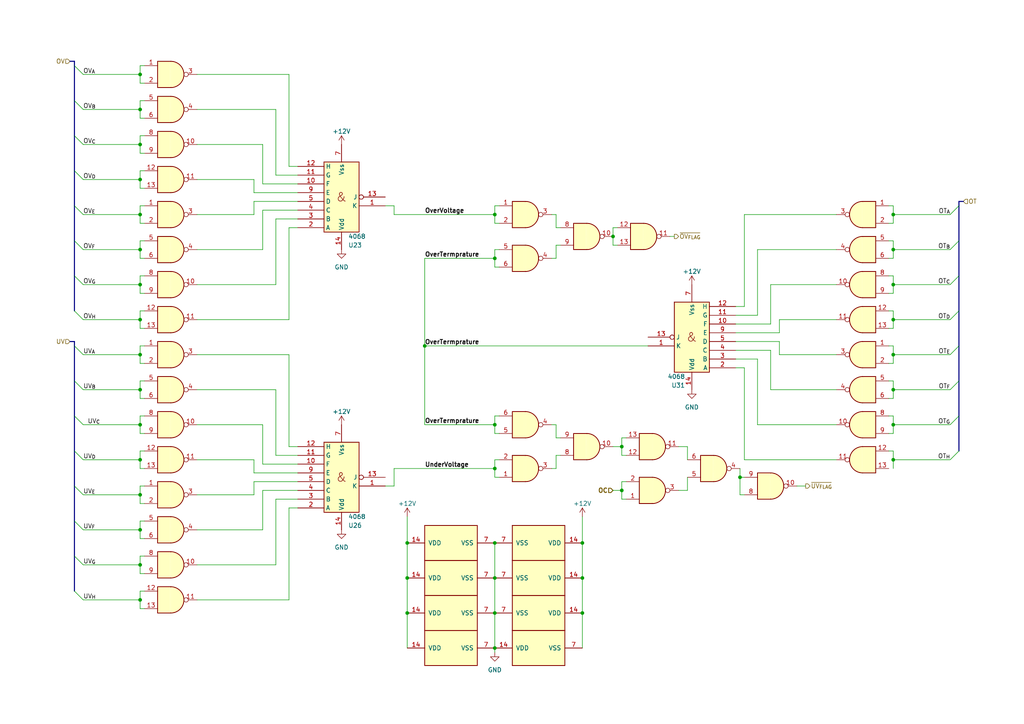
<source format=kicad_sch>
(kicad_sch (version 20230121) (generator eeschema)
  (paper "A4")
  (lib_symbols
    (symbol "4xxx:4011" (pin_names (offset 1.016))
      (property "Reference" "U" (at 0 1.27 0))
      (property "Value" "4011" (at 0 -1.27 0))
      (symbol "4011_1_1"
        (arc (start 0 -3.81) (mid 3.7934 0) (end 0 3.81) (stroke (width 0.254)) (fill (type background)))
        (polyline (pts (xy 0 3.81) (xy -3.81 3.81) (xy -3.81 -3.81) (xy 0 -3.81)) (stroke (width 0.254)) (fill (type background)))
        (pin input line (at -7.62 2.54 0) (length 3.81) (name "~") (number "1"))
        (pin input line (at -7.62 -2.54 0) (length 3.81) (name "~") (number "2"))
        (pin output inverted (at 7.62 0 180) (length 3.81) (name "~") (number "3"))
      )
      (symbol "4011_1_2"
        (arc (start -3.81 -3.81) (mid -2.589 0) (end -3.81 3.81) (stroke (width 0.254)))
        (arc (start -0.6096 -3.81) (mid 2.1842 -2.5851) (end 3.81 0) (stroke (width 0.254)) (fill (type background)))
        (polyline (pts (xy -3.81 -3.81) (xy -0.635 -3.81)) (stroke (width 0.254)) (fill (type background)))
        (polyline (pts (xy -3.81 3.81) (xy -0.635 3.81)) (stroke (width 0.254)) (fill (type background)))
        (polyline (pts (xy -0.635 3.81) (xy -3.81 3.81) (xy -3.81 3.81) (xy -3.556 3.4036) (xy -3.0226 2.2606) (xy -2.6924 1.0414) (xy -2.6162 -0.254) (xy -2.7686 -1.4986) (xy -3.175 -2.7178) (xy -3.81 -3.81) (xy -3.81 -3.81) (xy -0.635 -3.81)) (stroke (width -25.4)) (fill (type background)))
        (arc (start 3.81 0) (mid 2.1915 2.5936) (end -0.6096 3.81) (stroke (width 0.254)) (fill (type background)))
        (pin input inverted (at -7.62 2.54 0) (length 4.318) (name "~") (number "1"))
        (pin input inverted (at -7.62 -2.54 0) (length 4.318) (name "~") (number "2"))
        (pin output line (at 7.62 0 180) (length 3.81) (name "~") (number "3"))
      )
      (symbol "4011_2_1"
        (arc (start 0 -3.81) (mid 3.7934 0) (end 0 3.81) (stroke (width 0.254)) (fill (type background)))
        (polyline (pts (xy 0 3.81) (xy -3.81 3.81) (xy -3.81 -3.81) (xy 0 -3.81)) (stroke (width 0.254)) (fill (type background)))
        (pin output inverted (at 7.62 0 180) (length 3.81) (name "~") (number "4"))
        (pin input line (at -7.62 2.54 0) (length 3.81) (name "~") (number "5"))
        (pin input line (at -7.62 -2.54 0) (length 3.81) (name "~") (number "6"))
      )
      (symbol "4011_2_2"
        (arc (start -3.81 -3.81) (mid -2.589 0) (end -3.81 3.81) (stroke (width 0.254)))
        (arc (start -0.6096 -3.81) (mid 2.1842 -2.5851) (end 3.81 0) (stroke (width 0.254)) (fill (type background)))
        (polyline (pts (xy -3.81 -3.81) (xy -0.635 -3.81)) (stroke (width 0.254)) (fill (type background)))
        (polyline (pts (xy -3.81 3.81) (xy -0.635 3.81)) (stroke (width 0.254)) (fill (type background)))
        (polyline (pts (xy -0.635 3.81) (xy -3.81 3.81) (xy -3.81 3.81) (xy -3.556 3.4036) (xy -3.0226 2.2606) (xy -2.6924 1.0414) (xy -2.6162 -0.254) (xy -2.7686 -1.4986) (xy -3.175 -2.7178) (xy -3.81 -3.81) (xy -3.81 -3.81) (xy -0.635 -3.81)) (stroke (width -25.4)) (fill (type background)))
        (arc (start 3.81 0) (mid 2.1915 2.5936) (end -0.6096 3.81) (stroke (width 0.254)) (fill (type background)))
        (pin output line (at 7.62 0 180) (length 3.81) (name "~") (number "4"))
        (pin input inverted (at -7.62 2.54 0) (length 4.318) (name "~") (number "5"))
        (pin input inverted (at -7.62 -2.54 0) (length 4.318) (name "~") (number "6"))
      )
      (symbol "4011_3_1"
        (arc (start 0 -3.81) (mid 3.7934 0) (end 0 3.81) (stroke (width 0.254)) (fill (type background)))
        (polyline (pts (xy 0 3.81) (xy -3.81 3.81) (xy -3.81 -3.81) (xy 0 -3.81)) (stroke (width 0.254)) (fill (type background)))
        (pin output inverted (at 7.62 0 180) (length 3.81) (name "~") (number "10"))
        (pin input line (at -7.62 2.54 0) (length 3.81) (name "~") (number "8"))
        (pin input line (at -7.62 -2.54 0) (length 3.81) (name "~") (number "9"))
      )
      (symbol "4011_3_2"
        (arc (start -3.81 -3.81) (mid -2.589 0) (end -3.81 3.81) (stroke (width 0.254)))
        (arc (start -0.6096 -3.81) (mid 2.1842 -2.5851) (end 3.81 0) (stroke (width 0.254)) (fill (type background)))
        (polyline (pts (xy -3.81 -3.81) (xy -0.635 -3.81)) (stroke (width 0.254)) (fill (type background)))
        (polyline (pts (xy -3.81 3.81) (xy -0.635 3.81)) (stroke (width 0.254)) (fill (type background)))
        (polyline (pts (xy -0.635 3.81) (xy -3.81 3.81) (xy -3.81 3.81) (xy -3.556 3.4036) (xy -3.0226 2.2606) (xy -2.6924 1.0414) (xy -2.6162 -0.254) (xy -2.7686 -1.4986) (xy -3.175 -2.7178) (xy -3.81 -3.81) (xy -3.81 -3.81) (xy -0.635 -3.81)) (stroke (width -25.4)) (fill (type background)))
        (arc (start 3.81 0) (mid 2.1915 2.5936) (end -0.6096 3.81) (stroke (width 0.254)) (fill (type background)))
        (pin output line (at 7.62 0 180) (length 3.81) (name "~") (number "10"))
        (pin input inverted (at -7.62 2.54 0) (length 4.318) (name "~") (number "8"))
        (pin input inverted (at -7.62 -2.54 0) (length 4.318) (name "~") (number "9"))
      )
      (symbol "4011_4_1"
        (arc (start 0 -3.81) (mid 3.7934 0) (end 0 3.81) (stroke (width 0.254)) (fill (type background)))
        (polyline (pts (xy 0 3.81) (xy -3.81 3.81) (xy -3.81 -3.81) (xy 0 -3.81)) (stroke (width 0.254)) (fill (type background)))
        (pin output inverted (at 7.62 0 180) (length 3.81) (name "~") (number "11"))
        (pin input line (at -7.62 2.54 0) (length 3.81) (name "~") (number "12"))
        (pin input line (at -7.62 -2.54 0) (length 3.81) (name "~") (number "13"))
      )
      (symbol "4011_4_2"
        (arc (start -3.81 -3.81) (mid -2.589 0) (end -3.81 3.81) (stroke (width 0.254)))
        (arc (start -0.6096 -3.81) (mid 2.1842 -2.5851) (end 3.81 0) (stroke (width 0.254)) (fill (type background)))
        (polyline (pts (xy -3.81 -3.81) (xy -0.635 -3.81)) (stroke (width 0.254)) (fill (type background)))
        (polyline (pts (xy -3.81 3.81) (xy -0.635 3.81)) (stroke (width 0.254)) (fill (type background)))
        (polyline (pts (xy -0.635 3.81) (xy -3.81 3.81) (xy -3.81 3.81) (xy -3.556 3.4036) (xy -3.0226 2.2606) (xy -2.6924 1.0414) (xy -2.6162 -0.254) (xy -2.7686 -1.4986) (xy -3.175 -2.7178) (xy -3.81 -3.81) (xy -3.81 -3.81) (xy -0.635 -3.81)) (stroke (width -25.4)) (fill (type background)))
        (arc (start 3.81 0) (mid 2.1915 2.5936) (end -0.6096 3.81) (stroke (width 0.254)) (fill (type background)))
        (pin output line (at 7.62 0 180) (length 3.81) (name "~") (number "11"))
        (pin input inverted (at -7.62 2.54 0) (length 4.318) (name "~") (number "12"))
        (pin input inverted (at -7.62 -2.54 0) (length 4.318) (name "~") (number "13"))
      )
      (symbol "4011_5_0"
        (pin power_in line (at 0 12.7 270) (length 5.08) (name "VDD") (number "14"))
        (pin power_in line (at 0 -12.7 90) (length 5.08) (name "VSS") (number "7"))
      )
      (symbol "4011_5_1"
        (rectangle (start -5.08 7.62) (end 5.08 -7.62) (stroke (width 0.254)) (fill (type background)))
      )
    )
    (symbol "4xxx_IEEE:4068"
      (property "Reference" "U" (at -5.08 11.43 0))
      (property "Value" "4068" (at 3.81 11.43 0))
      (symbol "4068_0_0"
        (rectangle (start -5.08 10.16) (end 5.08 -10.16) (stroke (width 0.254)) (fill (type background)))
        (text "&" (at 0 0 0) (effects (font (size 2.54 2.54))))
      )
      (symbol "4068_0_1"
        (pin power_in line (at 0 15.24 270) (length 5.08) (name "Vdd") (number "14"))
        (pin power_in line (at 0 -15.24 90) (length 5.08) (name "Vss") (number "7"))
      )
      (symbol "4068_1_1"
        (pin output line (at 12.7 2.54 180) (length 7.62) (name "K") (number "1"))
        (pin input line (at -12.7 -3.81 0) (length 7.62) (name "F") (number "10"))
        (pin input line (at -12.7 -6.35 0) (length 7.62) (name "G") (number "11"))
        (pin input line (at -12.7 -8.89 0) (length 7.62) (name "H") (number "12"))
        (pin output inverted (at 12.7 0 180) (length 7.62) (name "J") (number "13"))
        (pin input line (at -12.7 8.89 0) (length 7.62) (name "A") (number "2"))
        (pin input line (at -12.7 6.35 0) (length 7.62) (name "B") (number "3"))
        (pin input line (at -12.7 3.81 0) (length 7.62) (name "C") (number "4"))
        (pin input line (at -12.7 1.27 0) (length 7.62) (name "D") (number "5"))
        (pin input line (at -12.7 -1.27 0) (length 7.62) (name "E") (number "9"))
      )
    )
    (symbol "power:+12V" (power) (pin_names (offset 0))
      (property "Value" "+12V" (at 0 3.556 0))
      (symbol "+12V_0_1"
        (polyline (pts (xy -0.762 1.27) (xy 0 2.54)))
        (polyline (pts (xy 0 0) (xy 0 2.54)))
        (polyline (pts (xy 0 2.54) (xy 0.762 1.27)))
      )
      (symbol "+12V_1_1"
        (pin power_in line (at 0 0 90) (length 0) hide (name "+12V") (number "1"))
      )
    )
    (symbol "power:GND" (power) (pin_names (offset 0))
      (property "Value" "GND" (at 0 -3.81 0))
      (symbol "GND_0_1"
        (polyline (pts (xy 0 0) (xy 0 -1.27) (xy 1.27 -1.27) (xy 0 -2.54) (xy -1.27 -1.27) (xy 0 -1.27)))
      )
      (symbol "GND_1_1"
        (pin power_in line (at 0 0 270) (length 0) hide (name "GND") (number "1"))
      )
    )
  )
  (junction (at 143.51 123.19))
  (junction (at 40.64 133.35))
  (junction (at 143.51 74.93))
  (junction (at 40.64 123.19))
  (junction (at 180.34 129.54))
  (junction (at 168.91 167.64))
  (junction (at 259.08 133.35))
  (junction (at 143.51 62.23))
  (junction (at 40.64 72.39))
  (junction (at 118.11 177.8))
  (junction (at 259.08 82.55))
  (junction (at 168.91 157.48))
  (junction (at 143.51 187.96))
  (junction (at 40.64 21.59))
  (junction (at 40.64 163.83))
  (junction (at 40.64 113.03))
  (junction (at 40.64 41.91))
  (junction (at 259.08 62.23))
  (junction (at 259.08 72.39))
  (junction (at 259.08 123.19))
  (junction (at 40.64 173.99))
  (junction (at 40.64 52.07))
  (junction (at 40.64 62.23))
  (junction (at 40.64 92.71))
  (junction (at 143.51 177.8))
  (junction (at 259.08 102.87))
  (junction (at 40.64 31.75))
  (junction (at 123.19 100.33))
  (junction (at 118.11 167.64))
  (junction (at 168.91 177.8))
  (junction (at 214.63 138.43))
  (junction (at 259.08 113.03))
  (junction (at 40.64 143.51))
  (junction (at 259.08 92.71))
  (junction (at 118.11 157.48))
  (junction (at 40.64 153.67))
  (junction (at 177.8 68.58))
  (junction (at 143.51 167.64))
  (junction (at 40.64 82.55))
  (junction (at 143.51 157.48))
  (junction (at 180.34 142.24))
  (junction (at 40.64 102.87))
  (junction (at 143.51 135.89))
  (bus_entry (at 21.59 151.13) (size 2.54 2.54))
  (bus_entry (at 21.59 171.45) (size 2.54 2.54))
  (bus_entry (at 21.59 59.69) (size 2.54 2.54))
  (bus_entry (at 278.13 110.49) (size -2.54 2.54))
  (bus_entry (at 21.59 69.85) (size 2.54 2.54))
  (bus_entry (at 21.59 19.05) (size 2.54 2.54))
  (bus_entry (at 21.59 110.49) (size 2.54 2.54))
  (bus_entry (at 278.13 100.33) (size -2.54 2.54))
  (bus_entry (at 21.59 29.21) (size 2.54 2.54))
  (bus_entry (at 21.59 100.33) (size 2.54 2.54))
  (bus_entry (at 21.59 90.17) (size 2.54 2.54))
  (bus_entry (at 278.13 59.69) (size -2.54 2.54))
  (bus_entry (at 278.13 69.85) (size -2.54 2.54))
  (bus_entry (at 21.59 161.29) (size 2.54 2.54))
  (bus_entry (at 278.13 120.65) (size -2.54 2.54))
  (bus_entry (at 278.13 130.81) (size -2.54 2.54))
  (bus_entry (at 21.59 49.53) (size 2.54 2.54))
  (bus_entry (at 278.13 80.01) (size -2.54 2.54))
  (bus_entry (at 21.59 120.65) (size 2.54 2.54))
  (bus_entry (at 21.59 39.37) (size 2.54 2.54))
  (bus_entry (at 21.59 140.97) (size 2.54 2.54))
  (bus_entry (at 21.59 80.01) (size 2.54 2.54))
  (bus_entry (at 278.13 90.17) (size -2.54 2.54))
  (bus_entry (at 21.59 130.81) (size 2.54 2.54))
  (wire (pts (xy 143.51 135.89) (xy 143.51 133.35)))
  (wire (pts (xy 40.64 176.53) (xy 40.64 173.99)))
  (wire (pts (xy 40.64 113.03) (xy 40.64 115.57)))
  (bus (pts (xy 21.59 130.81) (xy 21.59 120.65)))
  (wire (pts (xy 57.15 153.67) (xy 76.2 153.67)))
  (bus (pts (xy 21.59 59.69) (xy 21.59 69.85)))
  (bus (pts (xy 279.4 58.42) (xy 278.13 58.42)))
  (wire (pts (xy 40.64 95.25) (xy 41.91 95.25)))
  (wire (pts (xy 40.64 41.91) (xy 40.64 39.37)))
  (wire (pts (xy 223.52 113.03) (xy 223.52 101.6)))
  (wire (pts (xy 83.82 48.26) (xy 86.36 48.26)))
  (wire (pts (xy 143.51 72.39) (xy 143.51 74.93)))
  (wire (pts (xy 143.51 138.43) (xy 143.51 135.89)))
  (wire (pts (xy 259.08 133.35) (xy 259.08 130.81)))
  (wire (pts (xy 80.01 163.83) (xy 57.15 163.83)))
  (wire (pts (xy 168.91 157.48) (xy 168.91 167.64)))
  (wire (pts (xy 180.34 127) (xy 180.34 129.54)))
  (wire (pts (xy 259.08 102.87) (xy 259.08 105.41)))
  (wire (pts (xy 114.3 62.23) (xy 114.3 59.69)))
  (wire (pts (xy 73.66 137.16) (xy 86.36 137.16)))
  (wire (pts (xy 40.64 31.75) (xy 40.64 29.21)))
  (wire (pts (xy 80.01 31.75) (xy 80.01 50.8)))
  (wire (pts (xy 242.57 133.35) (xy 215.9 133.35)))
  (wire (pts (xy 259.08 72.39) (xy 259.08 74.93)))
  (wire (pts (xy 40.64 69.85) (xy 41.91 69.85)))
  (bus (pts (xy 278.13 100.33) (xy 278.13 110.49)))
  (wire (pts (xy 259.08 125.73) (xy 257.81 125.73)))
  (wire (pts (xy 162.56 66.04) (xy 161.29 66.04)))
  (wire (pts (xy 40.64 62.23) (xy 40.64 64.77)))
  (wire (pts (xy 40.64 146.05) (xy 41.91 146.05)))
  (wire (pts (xy 40.64 72.39) (xy 40.64 69.85)))
  (wire (pts (xy 143.51 59.69) (xy 143.51 62.23)))
  (wire (pts (xy 143.51 189.23) (xy 143.51 187.96)))
  (wire (pts (xy 143.51 157.48) (xy 143.51 167.64)))
  (wire (pts (xy 57.15 21.59) (xy 83.82 21.59)))
  (wire (pts (xy 40.64 140.97) (xy 41.91 140.97)))
  (wire (pts (xy 118.11 149.86) (xy 118.11 157.48)))
  (wire (pts (xy 226.06 102.87) (xy 242.57 102.87)))
  (wire (pts (xy 24.13 173.99) (xy 40.64 173.99)))
  (wire (pts (xy 24.13 82.55) (xy 40.64 82.55)))
  (wire (pts (xy 259.08 62.23) (xy 259.08 64.77)))
  (wire (pts (xy 80.01 113.03) (xy 80.01 132.08)))
  (wire (pts (xy 86.36 139.7) (xy 73.66 139.7)))
  (wire (pts (xy 179.07 71.12) (xy 177.8 71.12)))
  (wire (pts (xy 259.08 113.03) (xy 259.08 115.57)))
  (wire (pts (xy 259.08 135.89) (xy 259.08 133.35)))
  (wire (pts (xy 57.15 92.71) (xy 83.82 92.71)))
  (wire (pts (xy 259.08 59.69) (xy 259.08 62.23)))
  (wire (pts (xy 259.08 123.19) (xy 259.08 125.73)))
  (wire (pts (xy 275.59 82.55) (xy 259.08 82.55)))
  (wire (pts (xy 259.08 120.65) (xy 257.81 120.65)))
  (wire (pts (xy 76.2 134.62) (xy 76.2 123.19)))
  (wire (pts (xy 73.66 58.42) (xy 73.66 62.23)))
  (wire (pts (xy 259.08 59.69) (xy 257.81 59.69)))
  (wire (pts (xy 168.91 149.86) (xy 168.91 157.48)))
  (wire (pts (xy 40.64 105.41) (xy 41.91 105.41)))
  (wire (pts (xy 194.31 68.58) (xy 195.58 68.58)))
  (wire (pts (xy 118.11 177.8) (xy 118.11 187.96)))
  (wire (pts (xy 259.08 115.57) (xy 257.81 115.57)))
  (wire (pts (xy 40.64 62.23) (xy 40.64 59.69)))
  (bus (pts (xy 21.59 29.21) (xy 21.59 39.37)))
  (wire (pts (xy 73.66 55.88) (xy 86.36 55.88)))
  (wire (pts (xy 143.51 167.64) (xy 143.51 177.8)))
  (wire (pts (xy 242.57 82.55) (xy 223.52 82.55)))
  (wire (pts (xy 259.08 82.55) (xy 259.08 85.09)))
  (wire (pts (xy 40.64 21.59) (xy 40.64 24.13)))
  (wire (pts (xy 181.61 127) (xy 180.34 127)))
  (wire (pts (xy 219.71 91.44) (xy 213.36 91.44)))
  (wire (pts (xy 24.13 92.71) (xy 40.64 92.71)))
  (wire (pts (xy 40.64 176.53) (xy 41.91 176.53)))
  (wire (pts (xy 160.02 135.89) (xy 161.29 135.89)))
  (bus (pts (xy 278.13 58.42) (xy 278.13 59.69)))
  (wire (pts (xy 199.39 138.43) (xy 199.39 142.24)))
  (wire (pts (xy 57.15 173.99) (xy 83.82 173.99)))
  (wire (pts (xy 114.3 135.89) (xy 143.51 135.89)))
  (wire (pts (xy 40.64 72.39) (xy 40.64 74.93)))
  (wire (pts (xy 275.59 123.19) (xy 259.08 123.19)))
  (wire (pts (xy 226.06 96.52) (xy 213.36 96.52)))
  (wire (pts (xy 215.9 133.35) (xy 215.9 106.68)))
  (bus (pts (xy 21.59 69.85) (xy 21.59 80.01)))
  (wire (pts (xy 181.61 139.7) (xy 180.34 139.7)))
  (bus (pts (xy 21.59 17.78) (xy 21.59 19.05)))
  (wire (pts (xy 86.36 53.34) (xy 76.2 53.34)))
  (wire (pts (xy 114.3 140.97) (xy 111.76 140.97)))
  (wire (pts (xy 259.08 74.93) (xy 257.81 74.93)))
  (wire (pts (xy 259.08 95.25) (xy 259.08 92.71)))
  (wire (pts (xy 24.13 62.23) (xy 40.64 62.23)))
  (wire (pts (xy 40.64 120.65) (xy 41.91 120.65)))
  (wire (pts (xy 40.64 133.35) (xy 40.64 130.81)))
  (wire (pts (xy 242.57 72.39) (xy 219.71 72.39)))
  (wire (pts (xy 86.36 134.62) (xy 76.2 134.62)))
  (wire (pts (xy 143.51 123.19) (xy 143.51 120.65)))
  (wire (pts (xy 199.39 129.54) (xy 196.85 129.54)))
  (bus (pts (xy 21.59 171.45) (xy 21.59 161.29)))
  (wire (pts (xy 275.59 72.39) (xy 259.08 72.39)))
  (wire (pts (xy 223.52 93.98) (xy 223.52 82.55)))
  (wire (pts (xy 199.39 133.35) (xy 199.39 129.54)))
  (wire (pts (xy 40.64 85.09) (xy 41.91 85.09)))
  (wire (pts (xy 199.39 142.24) (xy 196.85 142.24)))
  (wire (pts (xy 143.51 59.69) (xy 144.78 59.69)))
  (wire (pts (xy 144.78 125.73) (xy 143.51 125.73)))
  (wire (pts (xy 73.66 137.16) (xy 73.66 133.35)))
  (wire (pts (xy 83.82 102.87) (xy 83.82 129.54)))
  (wire (pts (xy 177.8 129.54) (xy 180.34 129.54)))
  (wire (pts (xy 242.57 62.23) (xy 215.9 62.23)))
  (wire (pts (xy 180.34 144.78) (xy 181.61 144.78)))
  (wire (pts (xy 40.64 163.83) (xy 40.64 166.37)))
  (wire (pts (xy 24.13 102.87) (xy 40.64 102.87)))
  (wire (pts (xy 259.08 123.19) (xy 259.08 120.65)))
  (wire (pts (xy 40.64 135.89) (xy 40.64 133.35)))
  (wire (pts (xy 180.34 129.54) (xy 180.34 132.08)))
  (wire (pts (xy 233.68 140.97) (xy 231.14 140.97)))
  (wire (pts (xy 114.3 62.23) (xy 143.51 62.23)))
  (wire (pts (xy 143.51 133.35) (xy 144.78 133.35)))
  (bus (pts (xy 21.59 49.53) (xy 21.59 59.69)))
  (wire (pts (xy 41.91 135.89) (xy 40.64 135.89)))
  (wire (pts (xy 143.51 138.43) (xy 144.78 138.43)))
  (wire (pts (xy 177.8 68.58) (xy 177.8 66.04)))
  (wire (pts (xy 40.64 41.91) (xy 40.64 44.45)))
  (wire (pts (xy 143.51 62.23) (xy 143.51 64.77)))
  (wire (pts (xy 40.64 44.45) (xy 41.91 44.45)))
  (wire (pts (xy 275.59 133.35) (xy 259.08 133.35)))
  (wire (pts (xy 40.64 39.37) (xy 41.91 39.37)))
  (wire (pts (xy 180.34 139.7) (xy 180.34 142.24)))
  (wire (pts (xy 80.01 144.78) (xy 80.01 163.83)))
  (wire (pts (xy 24.13 113.03) (xy 40.64 113.03)))
  (wire (pts (xy 214.63 135.89) (xy 214.63 138.43)))
  (wire (pts (xy 144.78 77.47) (xy 143.51 77.47)))
  (bus (pts (xy 20.32 99.06) (xy 21.59 99.06)))
  (wire (pts (xy 160.02 123.19) (xy 161.29 123.19)))
  (wire (pts (xy 40.64 19.05) (xy 40.64 21.59)))
  (bus (pts (xy 21.59 100.33) (xy 21.59 99.06)))
  (wire (pts (xy 57.15 113.03) (xy 80.01 113.03)))
  (wire (pts (xy 40.64 24.13) (xy 41.91 24.13)))
  (wire (pts (xy 162.56 132.08) (xy 161.29 132.08)))
  (wire (pts (xy 83.82 147.32) (xy 86.36 147.32)))
  (bus (pts (xy 20.32 17.78) (xy 21.59 17.78)))
  (wire (pts (xy 40.64 123.19) (xy 40.64 120.65)))
  (wire (pts (xy 161.29 66.04) (xy 161.29 62.23)))
  (wire (pts (xy 177.8 66.04) (xy 179.07 66.04)))
  (wire (pts (xy 57.15 102.87) (xy 83.82 102.87)))
  (wire (pts (xy 180.34 142.24) (xy 180.34 144.78)))
  (wire (pts (xy 40.64 92.71) (xy 40.64 90.17)))
  (wire (pts (xy 41.91 54.61) (xy 40.64 54.61)))
  (wire (pts (xy 259.08 102.87) (xy 259.08 100.33)))
  (wire (pts (xy 24.13 52.07) (xy 40.64 52.07)))
  (wire (pts (xy 226.06 99.06) (xy 226.06 102.87)))
  (wire (pts (xy 177.8 71.12) (xy 177.8 68.58)))
  (wire (pts (xy 123.19 123.19) (xy 143.51 123.19)))
  (wire (pts (xy 259.08 82.55) (xy 259.08 80.01)))
  (wire (pts (xy 259.08 64.77) (xy 257.81 64.77)))
  (wire (pts (xy 40.64 54.61) (xy 40.64 52.07)))
  (wire (pts (xy 143.51 74.93) (xy 143.51 77.47)))
  (wire (pts (xy 40.64 123.19) (xy 40.64 125.73)))
  (wire (pts (xy 40.64 34.29) (xy 41.91 34.29)))
  (wire (pts (xy 73.66 55.88) (xy 73.66 52.07)))
  (wire (pts (xy 259.08 80.01) (xy 257.81 80.01)))
  (wire (pts (xy 160.02 74.93) (xy 161.29 74.93)))
  (wire (pts (xy 40.64 59.69) (xy 41.91 59.69)))
  (wire (pts (xy 40.64 156.21) (xy 41.91 156.21)))
  (wire (pts (xy 118.11 157.48) (xy 118.11 167.64)))
  (wire (pts (xy 40.64 143.51) (xy 40.64 146.05)))
  (wire (pts (xy 161.29 71.12) (xy 162.56 71.12)))
  (wire (pts (xy 40.64 110.49) (xy 41.91 110.49)))
  (wire (pts (xy 215.9 62.23) (xy 215.9 88.9)))
  (wire (pts (xy 259.08 92.71) (xy 259.08 90.17)))
  (wire (pts (xy 213.36 99.06) (xy 226.06 99.06)))
  (wire (pts (xy 160.02 62.23) (xy 161.29 62.23)))
  (bus (pts (xy 278.13 90.17) (xy 278.13 100.33)))
  (wire (pts (xy 214.63 143.51) (xy 215.9 143.51)))
  (wire (pts (xy 83.82 92.71) (xy 83.82 66.04)))
  (wire (pts (xy 177.8 142.24) (xy 180.34 142.24)))
  (wire (pts (xy 40.64 125.73) (xy 41.91 125.73)))
  (wire (pts (xy 86.36 63.5) (xy 80.01 63.5)))
  (wire (pts (xy 80.01 50.8) (xy 86.36 50.8)))
  (wire (pts (xy 161.29 132.08) (xy 161.29 135.89)))
  (wire (pts (xy 144.78 72.39) (xy 143.51 72.39)))
  (wire (pts (xy 40.64 82.55) (xy 40.64 80.01)))
  (wire (pts (xy 242.57 113.03) (xy 223.52 113.03)))
  (wire (pts (xy 40.64 100.33) (xy 41.91 100.33)))
  (wire (pts (xy 57.15 31.75) (xy 80.01 31.75)))
  (wire (pts (xy 40.64 113.03) (xy 40.64 110.49)))
  (wire (pts (xy 40.64 161.29) (xy 41.91 161.29)))
  (bus (pts (xy 278.13 120.65) (xy 278.13 130.81)))
  (wire (pts (xy 40.64 31.75) (xy 40.64 34.29)))
  (wire (pts (xy 80.01 82.55) (xy 57.15 82.55)))
  (wire (pts (xy 40.64 90.17) (xy 41.91 90.17)))
  (wire (pts (xy 259.08 113.03) (xy 259.08 110.49)))
  (wire (pts (xy 226.06 92.71) (xy 242.57 92.71)))
  (bus (pts (xy 21.59 39.37) (xy 21.59 49.53)))
  (bus (pts (xy 278.13 110.49) (xy 278.13 120.65)))
  (wire (pts (xy 219.71 104.14) (xy 219.71 123.19)))
  (wire (pts (xy 40.64 74.93) (xy 41.91 74.93)))
  (wire (pts (xy 24.13 163.83) (xy 40.64 163.83)))
  (bus (pts (xy 278.13 69.85) (xy 278.13 80.01)))
  (wire (pts (xy 40.64 130.81) (xy 41.91 130.81)))
  (wire (pts (xy 40.64 115.57) (xy 41.91 115.57)))
  (wire (pts (xy 259.08 69.85) (xy 257.81 69.85)))
  (wire (pts (xy 161.29 127) (xy 162.56 127)))
  (wire (pts (xy 76.2 72.39) (xy 76.2 60.96)))
  (wire (pts (xy 275.59 62.23) (xy 259.08 62.23)))
  (wire (pts (xy 24.13 133.35) (xy 40.64 133.35)))
  (wire (pts (xy 24.13 41.91) (xy 40.64 41.91)))
  (bus (pts (xy 21.59 19.05) (xy 21.59 29.21)))
  (wire (pts (xy 83.82 173.99) (xy 83.82 147.32)))
  (wire (pts (xy 40.64 166.37) (xy 41.91 166.37)))
  (wire (pts (xy 259.08 72.39) (xy 259.08 69.85)))
  (wire (pts (xy 123.19 74.93) (xy 123.19 100.33)))
  (bus (pts (xy 21.59 151.13) (xy 21.59 140.97)))
  (wire (pts (xy 76.2 153.67) (xy 76.2 142.24)))
  (wire (pts (xy 223.52 101.6) (xy 213.36 101.6)))
  (wire (pts (xy 161.29 123.19) (xy 161.29 127)))
  (bus (pts (xy 21.59 80.01) (xy 21.59 90.17)))
  (wire (pts (xy 40.64 151.13) (xy 41.91 151.13)))
  (wire (pts (xy 40.64 52.07) (xy 40.64 49.53)))
  (wire (pts (xy 259.08 85.09) (xy 257.81 85.09)))
  (wire (pts (xy 40.64 153.67) (xy 40.64 151.13)))
  (wire (pts (xy 24.13 21.59) (xy 40.64 21.59)))
  (wire (pts (xy 40.64 80.01) (xy 41.91 80.01)))
  (wire (pts (xy 40.64 29.21) (xy 41.91 29.21)))
  (wire (pts (xy 114.3 135.89) (xy 114.3 140.97)))
  (wire (pts (xy 57.15 72.39) (xy 76.2 72.39)))
  (wire (pts (xy 73.66 139.7) (xy 73.66 143.51)))
  (wire (pts (xy 259.08 100.33) (xy 257.81 100.33)))
  (wire (pts (xy 275.59 92.71) (xy 259.08 92.71)))
  (wire (pts (xy 24.13 31.75) (xy 40.64 31.75)))
  (wire (pts (xy 40.64 82.55) (xy 40.64 85.09)))
  (wire (pts (xy 123.19 74.93) (xy 143.51 74.93)))
  (bus (pts (xy 21.59 120.65) (xy 21.59 110.49)))
  (wire (pts (xy 219.71 72.39) (xy 219.71 91.44)))
  (wire (pts (xy 83.82 21.59) (xy 83.82 48.26)))
  (wire (pts (xy 219.71 123.19) (xy 242.57 123.19)))
  (wire (pts (xy 143.51 64.77) (xy 144.78 64.77)))
  (wire (pts (xy 40.64 171.45) (xy 41.91 171.45)))
  (wire (pts (xy 86.36 58.42) (xy 73.66 58.42)))
  (wire (pts (xy 40.64 102.87) (xy 40.64 105.41)))
  (bus (pts (xy 278.13 80.01) (xy 278.13 90.17)))
  (wire (pts (xy 40.64 102.87) (xy 40.64 100.33)))
  (wire (pts (xy 73.66 143.51) (xy 57.15 143.51)))
  (wire (pts (xy 168.91 167.64) (xy 168.91 177.8)))
  (wire (pts (xy 143.51 125.73) (xy 143.51 123.19)))
  (wire (pts (xy 123.19 100.33) (xy 187.96 100.33)))
  (wire (pts (xy 24.13 72.39) (xy 40.64 72.39)))
  (wire (pts (xy 57.15 41.91) (xy 76.2 41.91)))
  (wire (pts (xy 80.01 63.5) (xy 80.01 82.55)))
  (wire (pts (xy 40.64 173.99) (xy 40.64 171.45)))
  (wire (pts (xy 144.78 120.65) (xy 143.51 120.65)))
  (bus (pts (xy 278.13 59.69) (xy 278.13 69.85)))
  (wire (pts (xy 73.66 62.23) (xy 57.15 62.23)))
  (wire (pts (xy 214.63 138.43) (xy 214.63 143.51)))
  (wire (pts (xy 76.2 60.96) (xy 86.36 60.96)))
  (wire (pts (xy 259.08 105.41) (xy 257.81 105.41)))
  (wire (pts (xy 76.2 53.34) (xy 76.2 41.91)))
  (wire (pts (xy 40.64 153.67) (xy 40.64 156.21)))
  (wire (pts (xy 259.08 90.17) (xy 257.81 90.17)))
  (wire (pts (xy 215.9 88.9) (xy 213.36 88.9)))
  (wire (pts (xy 226.06 96.52) (xy 226.06 92.71)))
  (wire (pts (xy 86.36 144.78) (xy 80.01 144.78)))
  (wire (pts (xy 214.63 138.43) (xy 215.9 138.43)))
  (bus (pts (xy 21.59 161.29) (xy 21.59 151.13)))
  (bus (pts (xy 21.59 140.97) (xy 21.59 130.81)))
  (wire (pts (xy 24.13 143.51) (xy 40.64 143.51)))
  (wire (pts (xy 118.11 167.64) (xy 118.11 177.8)))
  (wire (pts (xy 80.01 132.08) (xy 86.36 132.08)))
  (wire (pts (xy 275.59 102.87) (xy 259.08 102.87)))
  (wire (pts (xy 73.66 52.07) (xy 57.15 52.07)))
  (wire (pts (xy 57.15 123.19) (xy 76.2 123.19)))
  (wire (pts (xy 114.3 59.69) (xy 111.76 59.69)))
  (wire (pts (xy 213.36 104.14) (xy 219.71 104.14)))
  (wire (pts (xy 215.9 106.68) (xy 213.36 106.68)))
  (wire (pts (xy 73.66 133.35) (xy 57.15 133.35)))
  (wire (pts (xy 24.13 123.19) (xy 40.64 123.19)))
  (wire (pts (xy 168.91 177.8) (xy 168.91 187.96)))
  (wire (pts (xy 275.59 113.03) (xy 259.08 113.03)))
  (wire (pts (xy 83.82 129.54) (xy 86.36 129.54)))
  (wire (pts (xy 161.29 74.93) (xy 161.29 71.12)))
  (wire (pts (xy 76.2 142.24) (xy 86.36 142.24)))
  (wire (pts (xy 24.13 153.67) (xy 40.64 153.67)))
  (wire (pts (xy 40.64 49.53) (xy 41.91 49.53)))
  (wire (pts (xy 180.34 132.08) (xy 181.61 132.08)))
  (wire (pts (xy 40.64 64.77) (xy 41.91 64.77)))
  (wire (pts (xy 123.19 100.33) (xy 123.19 123.19)))
  (wire (pts (xy 213.36 93.98) (xy 223.52 93.98)))
  (bus (pts (xy 21.59 110.49) (xy 21.59 100.33)))
  (wire (pts (xy 40.64 143.51) (xy 40.64 140.97)))
  (wire (pts (xy 259.08 110.49) (xy 257.81 110.49)))
  (wire (pts (xy 83.82 66.04) (xy 86.36 66.04)))
  (wire (pts (xy 259.08 130.81) (xy 257.81 130.81)))
  (wire (pts (xy 40.64 163.83) (xy 40.64 161.29)))
  (wire (pts (xy 40.64 19.05) (xy 41.91 19.05)))
  (wire (pts (xy 40.64 95.25) (xy 40.64 92.71)))
  (wire (pts (xy 257.81 95.25) (xy 259.08 95.25)))
  (wire (pts (xy 143.51 187.96) (xy 143.51 177.8)))
  (label "UV_{H}" (at 24.13 173.99 0))
  (label "OT_{D}" (at 275.59 92.71 180))
  (label "OV_{D}" (at 24.13 52.07 0))
  (label "UV_{B}" (at 24.13 113.03 0))
  (label "OV_{G}" (at 24.13 82.55 0))
  (label "OT_{A}" (at 275.59 62.23 180))
  (label "UV_{F}" (at 24.13 153.67 0))
  (label "OV_{C}" (at 24.13 41.91 0))
  (label "OverVoltage" (at 123.19 62.23 0) (effects (font bold)))
  (label "OT_{C}" (at 275.59 82.55 180))
  (label "OT_{B}" (at 275.59 72.39 180))
  (label "UV_{C}" (at 25.4 123.19 0))
  (label "OV_{H}" (at 24.13 92.71 0))
  (label "OV_{B}" (at 24.13 31.75 0))
  (label "UnderVoltage" (at 123.19 135.89 0) (effects (font bold)))
  (label "OverTermprature" (at 123.19 123.19 0) (effects (font bold)))
  (label "OT_{F}" (at 275.59 113.03 180))
  (label "UV_{D}" (at 24.13 133.35 0))
  (label "OT_{G}" (at 275.59 123.19 180))
  (label "OV_{A}" (at 24.13 21.59 0))
  (label "OT_{H}" (at 275.59 133.35 180))
  (label "UV_{G}" (at 24.13 163.83 0))
  (label "UV_{A}" (at 24.13 102.87 0))
  (label "OverTermprature" (at 123.19 100.33 0) (effects (font bold)))
  (label "OT_{E}" (at 275.59 102.87 180))
  (label "OV_{F}" (at 24.13 72.39 0))
  (label "OverTermprature" (at 123.19 74.93 0) (effects (font bold)))
  (label "UV_{E}" (at 24.13 143.51 0))
  (label "OV_{E}" (at 24.13 62.23 0))
  (hierarchical_label "OV" (shape input) (at 20.32 17.78 180))
  (hierarchical_label "OC" (shape input) (at 177.8 142.24 180) (effects (font bold)))
  (hierarchical_label "OT" (shape input) (at 279.4 58.42 0))
  (hierarchical_label "~{UV_{FLAG}}" (shape output) (at 233.68 140.97 0))
  (hierarchical_label "~{OV_{FLAG}}" (shape output) (at 195.58 68.58 0))
  (hierarchical_label "UV" (shape input) (at 20.32 99.06 180))
  (symbol (lib_id "4xxx:4011") (at 49.53 31.75 0) (unit 2)
    (property "Reference" "U15" (effects hide))
    (property "Value" "4011" (effects hide))
    (property "Datasheet" "http://www.intersil.com/content/dam/Intersil/documents/cd40/cd4011bms-12bms-23bms.pdf" (effects hide))
  )
  (symbol (lib_id "4xxx:4011") (at 49.53 21.59 0) (unit 1)
    (property "Reference" "U15" (effects hide))
    (property "Value" "4011" (effects hide))
    (property "Datasheet" "http://www.intersil.com/content/dam/Intersil/documents/cd40/cd4011bms-12bms-23bms.pdf" (effects hide))
  )
  (symbol (lib_id "4xxx:4011") (at 156.21 157.48 270) (mirror x) (unit 5)
    (property "Reference" "U16" (effects hide))
    (property "Value" "4011" (effects hide))
    (property "Datasheet" "http://www.intersil.com/content/dam/Intersil/documents/cd40/cd4011bms-12bms-23bms.pdf" (effects hide))
  )
  (symbol (lib_id "4xxx:4011") (at 250.19 102.87 0) (mirror y) (unit 1)
    (property "Reference" "U57" (effects hide))
    (property "Value" "4011" (effects hide))
    (property "Datasheet" "http://www.intersil.com/content/dam/Intersil/documents/cd40/cd4011bms-12bms-23bms.pdf" (effects hide))
  )
  (symbol (lib_id "4xxx:4011") (at 170.18 68.58 0) (unit 3)
    (property "Reference" "U28" (effects hide))
    (property "Value" "4011" (effects hide))
    (property "Datasheet" "http://www.intersil.com/content/dam/Intersil/documents/cd40/cd4011bms-12bms-23bms.pdf" (effects hide))
  )
  (symbol (lib_id "4xxx:4011") (at 152.4 74.93 0) (unit 2)
    (property "Reference" "U28" (effects hide))
    (property "Value" "4011" (effects hide))
    (property "Datasheet" "http://www.intersil.com/content/dam/Intersil/documents/cd40/cd4011bms-12bms-23bms.pdf" (effects hide))
  )
  (symbol (lib_id "power:GND") (at 143.51 189.23 0) (unit 1)
    (property "Reference" "#PWR028" (effects hide))
    (property "Value" "GND" (at 143.51 194.31 0))
  )
  (symbol (lib_id "4xxx:4011") (at 130.81 177.8 90) (unit 5)
    (property "Reference" "U15" (effects hide))
    (property "Value" "4011" (effects hide))
    (property "Datasheet" "http://www.intersil.com/content/dam/Intersil/documents/cd40/cd4011bms-12bms-23bms.pdf" (effects hide))
  )
  (symbol (lib_id "power:+12V") (at 200.66 82.55 0) (unit 1)
    (property "Reference" "#PWR024" (effects hide))
    (property "Value" "+12V" (at 200.66 78.74 0))
  )
  (symbol (lib_id "4xxx:4011") (at 250.19 72.39 0) (mirror y) (unit 2)
    (property "Reference" "U34" (effects hide))
    (property "Value" "4011" (effects hide))
    (property "Datasheet" "http://www.intersil.com/content/dam/Intersil/documents/cd40/cd4011bms-12bms-23bms.pdf" (effects hide))
  )
  (symbol (lib_id "4xxx:4011") (at 49.53 41.91 0) (unit 3)
    (property "Reference" "U15" (effects hide))
    (property "Value" "4011" (effects hide))
    (property "Datasheet" "http://www.intersil.com/content/dam/Intersil/documents/cd40/cd4011bms-12bms-23bms.pdf" (effects hide))
  )
  (symbol (lib_id "4xxx_IEEE:4068") (at 99.06 57.15 0) (mirror x) (unit 1)
    (property "Reference" "U23" (at 101.0159 71.12 0) (effects (justify left)))
    (property "Value" "4068" (at 101.0159 68.58 0) (effects (justify left)))
    (property "Datasheet" "http://www.ti.com/lit/ds/symlink/cd4068b.pdf" (effects hide))
  )
  (symbol (lib_id "power:+12V") (at 168.91 149.86 0) (unit 1)
    (property "Reference" "#PWR027" (effects hide))
    (property "Value" "+12V" (at 168.91 146.05 0))
  )
  (symbol (lib_id "4xxx:4011") (at 223.52 140.97 0) (mirror x) (unit 3)
    (property "Reference" "U58" (effects hide))
    (property "Value" "4011" (effects hide))
    (property "Datasheet" "http://www.intersil.com/content/dam/Intersil/documents/cd40/cd4011bms-12bms-23bms.pdf" (effects hide))
  )
  (symbol (lib_id "power:+12V") (at 118.11 149.86 0) (unit 1)
    (property "Reference" "#PWR026" (effects hide))
    (property "Value" "+12V" (at 118.11 146.05 0))
  )
  (symbol (lib_id "power:GND") (at 200.66 113.03 0) (unit 1)
    (property "Reference" "#PWR025" (effects hide))
    (property "Value" "GND" (at 200.66 118.11 0))
  )
  (symbol (lib_id "4xxx:4011") (at 49.53 163.83 0) (unit 3)
    (property "Reference" "U21" (effects hide))
    (property "Value" "4011" (effects hide))
    (property "Datasheet" "http://www.intersil.com/content/dam/Intersil/documents/cd40/cd4011bms-12bms-23bms.pdf" (effects hide))
  )
  (symbol (lib_id "4xxx:4011") (at 49.53 92.71 0) (unit 4)
    (property "Reference" "U16" (effects hide))
    (property "Value" "4011" (effects hide))
    (property "Datasheet" "http://www.intersil.com/content/dam/Intersil/documents/cd40/cd4011bms-12bms-23bms.pdf" (effects hide))
  )
  (symbol (lib_id "4xxx:4011") (at 250.19 62.23 0) (mirror y) (unit 1)
    (property "Reference" "U34" (effects hide))
    (property "Value" "4011" (effects hide))
    (property "Datasheet" "http://www.intersil.com/content/dam/Intersil/documents/cd40/cd4011bms-12bms-23bms.pdf" (effects hide))
  )
  (symbol (lib_id "4xxx:4011") (at 189.23 142.24 0) (mirror x) (unit 1)
    (property "Reference" "U58" (effects hide))
    (property "Value" "4011" (effects hide))
    (property "Datasheet" "http://www.intersil.com/content/dam/Intersil/documents/cd40/cd4011bms-12bms-23bms.pdf" (effects hide))
  )
  (symbol (lib_id "4xxx:4011") (at 130.81 157.48 90) (unit 5)
    (property "Reference" "U21" (effects hide))
    (property "Value" "4011" (effects hide))
    (property "Datasheet" "http://www.intersil.com/content/dam/Intersil/documents/cd40/cd4011bms-12bms-23bms.pdf" (effects hide))
  )
  (symbol (lib_id "4xxx:4011") (at 156.21 167.64 270) (mirror x) (unit 5)
    (property "Reference" "U28" (effects hide))
    (property "Value" "4011" (effects hide))
    (property "Datasheet" "http://www.intersil.com/content/dam/Intersil/documents/cd40/cd4011bms-12bms-23bms.pdf" (effects hide))
  )
  (symbol (lib_id "4xxx:4011") (at 207.01 135.89 0) (mirror x) (unit 2)
    (property "Reference" "U59" (effects hide))
    (property "Value" "4011" (effects hide))
    (property "Datasheet" "http://www.intersil.com/content/dam/Intersil/documents/cd40/cd4011bms-12bms-23bms.pdf" (effects hide))
  )
  (symbol (lib_id "4xxx:4011") (at 189.23 129.54 0) (mirror x) (unit 4)
    (property "Reference" "U58" (effects hide))
    (property "Value" "4011" (effects hide))
    (property "Datasheet" "http://www.intersil.com/content/dam/Intersil/documents/cd40/cd4011bms-12bms-23bms.pdf" (effects hide))
  )
  (symbol (lib_id "4xxx:4011") (at 49.53 173.99 0) (unit 4)
    (property "Reference" "U21" (effects hide))
    (property "Value" "4011" (effects hide))
    (property "Datasheet" "http://www.intersil.com/content/dam/Intersil/documents/cd40/cd4011bms-12bms-23bms.pdf" (effects hide))
  )
  (symbol (lib_id "4xxx:4011") (at 130.81 167.64 90) (unit 5)
    (property "Reference" "U20" (effects hide))
    (property "Value" "4011" (effects hide))
    (property "Datasheet" "http://www.intersil.com/content/dam/Intersil/documents/cd40/cd4011bms-12bms-23bms.pdf" (effects hide))
  )
  (symbol (lib_id "4xxx:4011") (at 49.53 82.55 0) (unit 3)
    (property "Reference" "U16" (effects hide))
    (property "Value" "4011" (effects hide))
    (property "Datasheet" "http://www.intersil.com/content/dam/Intersil/documents/cd40/cd4011bms-12bms-23bms.pdf" (effects hide))
  )
  (symbol (lib_id "4xxx:4011") (at 49.53 153.67 0) (unit 2)
    (property "Reference" "U21" (effects hide))
    (property "Value" "4011" (effects hide))
    (property "Datasheet" "http://www.intersil.com/content/dam/Intersil/documents/cd40/cd4011bms-12bms-23bms.pdf" (effects hide))
  )
  (symbol (lib_id "4xxx_IEEE:4068") (at 99.06 138.43 0) (mirror x) (unit 1)
    (property "Reference" "U26" (at 101.0159 152.4 0) (effects (justify left)))
    (property "Value" "4068" (at 101.0159 149.86 0) (effects (justify left)))
    (property "Datasheet" "http://www.ti.com/lit/ds/symlink/cd4068b.pdf" (effects hide))
  )
  (symbol (lib_id "4xxx:4011") (at 49.53 133.35 0) (unit 4)
    (property "Reference" "U20" (effects hide))
    (property "Value" "4011" (effects hide))
    (property "Datasheet" "http://www.intersil.com/content/dam/Intersil/documents/cd40/cd4011bms-12bms-23bms.pdf" (effects hide))
  )
  (symbol (lib_id "power:+12V") (at 99.06 41.91 0) (unit 1)
    (property "Reference" "#PWR020" (effects hide))
    (property "Value" "+12V" (at 99.06 38.1 0))
  )
  (symbol (lib_id "4xxx:4011") (at 152.4 135.89 0) (mirror x) (unit 1)
    (property "Reference" "U29" (effects hide))
    (property "Value" "4011" (effects hide))
    (property "Datasheet" "http://www.intersil.com/content/dam/Intersil/documents/cd40/cd4011bms-12bms-23bms.pdf" (effects hide))
  )
  (symbol (lib_id "4xxx:4011") (at 250.19 113.03 0) (mirror y) (unit 2)
    (property "Reference" "U57" (effects hide))
    (property "Value" "4011" (effects hide))
    (property "Datasheet" "http://www.intersil.com/content/dam/Intersil/documents/cd40/cd4011bms-12bms-23bms.pdf" (effects hide))
  )
  (symbol (lib_id "4xxx:4011") (at 250.19 133.35 0) (mirror y) (unit 4)
    (property "Reference" "U57" (effects hide))
    (property "Value" "4011" (effects hide))
    (property "Datasheet" "http://www.intersil.com/content/dam/Intersil/documents/cd40/cd4011bms-12bms-23bms.pdf" (effects hide))
  )
  (symbol (lib_id "4xxx:4011") (at 250.19 123.19 0) (mirror y) (unit 3)
    (property "Reference" "U57" (effects hide))
    (property "Value" "4011" (effects hide))
    (property "Datasheet" "http://www.intersil.com/content/dam/Intersil/documents/cd40/cd4011bms-12bms-23bms.pdf" (effects hide))
  )
  (symbol (lib_id "4xxx:4011") (at 156.21 177.8 270) (mirror x) (unit 5)
    (property "Reference" "U34" (effects hide))
    (property "Value" "4011" (effects hide))
    (property "Datasheet" "http://www.intersil.com/content/dam/Intersil/documents/cd40/cd4011bms-12bms-23bms.pdf" (effects hide))
  )
  (symbol (lib_id "power:+12V") (at 99.06 123.19 0) (unit 1)
    (property "Reference" "#PWR022" (effects hide))
    (property "Value" "+12V" (at 99.06 119.38 0))
  )
  (symbol (lib_id "4xxx:4011") (at 152.4 62.23 0) (unit 1)
    (property "Reference" "U28" (effects hide))
    (property "Value" "4011" (effects hide))
    (property "Datasheet" "http://www.intersil.com/content/dam/Intersil/documents/cd40/cd4011bms-12bms-23bms.pdf" (effects hide))
  )
  (symbol (lib_id "4xxx:4011") (at 186.69 68.58 0) (unit 4)
    (property "Reference" "U28" (effects hide))
    (property "Value" "4011" (effects hide))
    (property "Datasheet" "http://www.intersil.com/content/dam/Intersil/documents/cd40/cd4011bms-12bms-23bms.pdf" (effects hide))
  )
  (symbol (lib_id "4xxx:4011") (at 49.53 113.03 0) (unit 2)
    (property "Reference" "U20" (effects hide))
    (property "Value" "4011" (effects hide))
    (property "Datasheet" "http://www.intersil.com/content/dam/Intersil/documents/cd40/cd4011bms-12bms-23bms.pdf" (effects hide))
  )
  (symbol (lib_id "4xxx:4011") (at 49.53 62.23 0) (unit 1)
    (property "Reference" "U16" (effects hide))
    (property "Value" "4011" (effects hide))
    (property "Datasheet" "http://www.intersil.com/content/dam/Intersil/documents/cd40/cd4011bms-12bms-23bms.pdf" (effects hide))
  )
  (symbol (lib_id "4xxx:4011") (at 152.4 123.19 0) (mirror x) (unit 2)
    (property "Reference" "U29" (effects hide))
    (property "Value" "4011" (effects hide))
    (property "Datasheet" "http://www.intersil.com/content/dam/Intersil/documents/cd40/cd4011bms-12bms-23bms.pdf" (effects hide))
  )
  (symbol (lib_id "4xxx:4011") (at 49.53 102.87 0) (unit 1)
    (property "Reference" "U20" (effects hide))
    (property "Value" "4011" (effects hide))
    (property "Datasheet" "http://www.intersil.com/content/dam/Intersil/documents/cd40/cd4011bms-12bms-23bms.pdf" (effects hide))
  )
  (symbol (lib_id "power:GND") (at 99.06 72.39 0) (unit 1)
    (property "Reference" "#PWR021" (effects hide))
    (property "Value" "GND" (at 99.06 77.47 0))
  )
  (symbol (lib_id "4xxx:4011") (at 250.19 82.55 0) (mirror y) (unit 3)
    (property "Reference" "U34" (effects hide))
    (property "Value" "4011" (effects hide))
    (property "Datasheet" "http://www.intersil.com/content/dam/Intersil/documents/cd40/cd4011bms-12bms-23bms.pdf" (effects hide))
  )
  (symbol (lib_id "4xxx:4011") (at 49.53 52.07 0) (unit 4)
    (property "Reference" "U15" (effects hide))
    (property "Value" "4011" (effects hide))
    (property "Datasheet" "http://www.intersil.com/content/dam/Intersil/documents/cd40/cd4011bms-12bms-23bms.pdf" (effects hide))
  )
  (symbol (lib_id "4xxx:4011") (at 170.18 129.54 0) (mirror x) (unit 3)
    (property "Reference" "U29" (effects hide))
    (property "Value" "4011" (effects hide))
    (property "Datasheet" "http://www.intersil.com/content/dam/Intersil/documents/cd40/cd4011bms-12bms-23bms.pdf" (effects hide))
  )
  (symbol (lib_id "4xxx:4011") (at 49.53 123.19 0) (unit 3)
    (property "Reference" "U20" (effects hide))
    (property "Value" "4011" (effects hide))
    (property "Datasheet" "http://www.intersil.com/content/dam/Intersil/documents/cd40/cd4011bms-12bms-23bms.pdf" (effects hide))
  )
  (symbol (lib_id "4xxx_IEEE:4068") (at 200.66 97.79 180) (unit 1)
    (property "Reference" "U31" (at 198.7041 111.76 0) (effects (justify left)))
    (property "Value" "4068" (at 198.7041 109.22 0) (effects (justify left)))
    (property "Datasheet" "http://www.ti.com/lit/ds/symlink/cd4068b.pdf" (effects hide))
  )
  (symbol (lib_id "4xxx:4011") (at 49.53 143.51 0) (unit 1)
    (property "Reference" "U21" (effects hide))
    (property "Value" "4011" (effects hide))
    (property "Datasheet" "http://www.intersil.com/content/dam/Intersil/documents/cd40/cd4011bms-12bms-23bms.pdf" (effects hide))
  )
  (symbol (lib_id "4xxx:4011") (at 49.53 72.39 0) (unit 2)
    (property "Reference" "U16" (effects hide))
    (property "Value" "4011" (effects hide))
    (property "Datasheet" "http://www.intersil.com/content/dam/Intersil/documents/cd40/cd4011bms-12bms-23bms.pdf" (effects hide))
  )
  (symbol (lib_id "4xxx:4011") (at 250.19 92.71 0) (mirror y) (unit 4)
    (property "Reference" "U34" (effects hide))
    (property "Value" "4011" (effects hide))
    (property "Datasheet" "http://www.intersil.com/content/dam/Intersil/documents/cd40/cd4011bms-12bms-23bms.pdf" (effects hide))
  )
  (symbol (lib_id "4xxx:4011") (at 130.81 187.96 90) (unit 5)
    (property "Reference" "U29" (effects hide))
    (property "Value" "4011" (effects hide))
    (property "Datasheet" "http://www.intersil.com/content/dam/Intersil/documents/cd40/cd4011bms-12bms-23bms.pdf" (effects hide))
  )
  (symbol (lib_id "4xxx:4011") (at 156.21 187.96 90) (unit 5)
    (property "Reference" "U57" (effects hide))
    (property "Value" "4011" (effects hide))
    (property "Datasheet" "http://www.intersil.com/content/dam/Intersil/documents/cd40/cd4011bms-12bms-23bms.pdf" (effects hide))
  )
  (symbol (lib_id "power:GND") (at 99.06 153.67 0) (unit 1)
    (property "Reference" "#PWR023" (effects hide))
    (property "Value" "GND" (at 99.06 158.75 0))
  )
)
</source>
